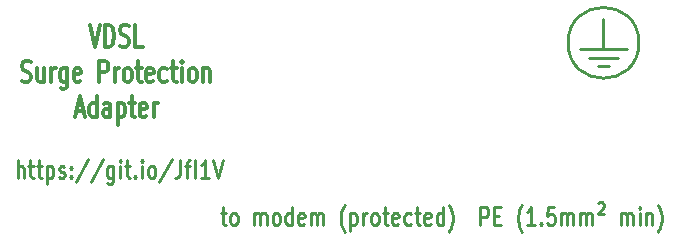
<source format=gto>
G04 #@! TF.GenerationSoftware,KiCad,Pcbnew,5.1.5-1.fc31*
G04 #@! TF.CreationDate,2020-04-27T21:55:50+02:00*
G04 #@! TF.ProjectId,vdsl-surge-protection-copy,7664736c-2d73-4757-9267-652d70726f74,rev?*
G04 #@! TF.SameCoordinates,Original*
G04 #@! TF.FileFunction,Legend,Top*
G04 #@! TF.FilePolarity,Positive*
%FSLAX46Y46*%
G04 Gerber Fmt 4.6, Leading zero omitted, Abs format (unit mm)*
G04 Created by KiCad (PCBNEW 5.1.5-1.fc31) date 2020-04-27 21:55:50*
%MOMM*%
%LPD*%
G04 APERTURE LIST*
%ADD10C,0.250000*%
%ADD11C,0.300000*%
G04 APERTURE END LIST*
D10*
X172900000Y-55678571D02*
X172900000Y-54178571D01*
X173414285Y-55678571D02*
X173414285Y-54892857D01*
X173357142Y-54750000D01*
X173242857Y-54678571D01*
X173071428Y-54678571D01*
X172957142Y-54750000D01*
X172900000Y-54821428D01*
X173814285Y-54678571D02*
X174271428Y-54678571D01*
X173985714Y-54178571D02*
X173985714Y-55464285D01*
X174042857Y-55607142D01*
X174157142Y-55678571D01*
X174271428Y-55678571D01*
X174500000Y-54678571D02*
X174957142Y-54678571D01*
X174671428Y-54178571D02*
X174671428Y-55464285D01*
X174728571Y-55607142D01*
X174842857Y-55678571D01*
X174957142Y-55678571D01*
X175357142Y-54678571D02*
X175357142Y-56178571D01*
X175357142Y-54750000D02*
X175471428Y-54678571D01*
X175700000Y-54678571D01*
X175814285Y-54750000D01*
X175871428Y-54821428D01*
X175928571Y-54964285D01*
X175928571Y-55392857D01*
X175871428Y-55535714D01*
X175814285Y-55607142D01*
X175700000Y-55678571D01*
X175471428Y-55678571D01*
X175357142Y-55607142D01*
X176385714Y-55607142D02*
X176500000Y-55678571D01*
X176728571Y-55678571D01*
X176842857Y-55607142D01*
X176900000Y-55464285D01*
X176900000Y-55392857D01*
X176842857Y-55250000D01*
X176728571Y-55178571D01*
X176557142Y-55178571D01*
X176442857Y-55107142D01*
X176385714Y-54964285D01*
X176385714Y-54892857D01*
X176442857Y-54750000D01*
X176557142Y-54678571D01*
X176728571Y-54678571D01*
X176842857Y-54750000D01*
X177414285Y-55535714D02*
X177471428Y-55607142D01*
X177414285Y-55678571D01*
X177357142Y-55607142D01*
X177414285Y-55535714D01*
X177414285Y-55678571D01*
X177414285Y-54750000D02*
X177471428Y-54821428D01*
X177414285Y-54892857D01*
X177357142Y-54821428D01*
X177414285Y-54750000D01*
X177414285Y-54892857D01*
X178842857Y-54107142D02*
X177814285Y-56035714D01*
X180100000Y-54107142D02*
X179071428Y-56035714D01*
X181014285Y-54678571D02*
X181014285Y-55892857D01*
X180957142Y-56035714D01*
X180900000Y-56107142D01*
X180785714Y-56178571D01*
X180614285Y-56178571D01*
X180500000Y-56107142D01*
X181014285Y-55607142D02*
X180900000Y-55678571D01*
X180671428Y-55678571D01*
X180557142Y-55607142D01*
X180500000Y-55535714D01*
X180442857Y-55392857D01*
X180442857Y-54964285D01*
X180500000Y-54821428D01*
X180557142Y-54750000D01*
X180671428Y-54678571D01*
X180900000Y-54678571D01*
X181014285Y-54750000D01*
X181585714Y-55678571D02*
X181585714Y-54678571D01*
X181585714Y-54178571D02*
X181528571Y-54250000D01*
X181585714Y-54321428D01*
X181642857Y-54250000D01*
X181585714Y-54178571D01*
X181585714Y-54321428D01*
X181985714Y-54678571D02*
X182442857Y-54678571D01*
X182157142Y-54178571D02*
X182157142Y-55464285D01*
X182214285Y-55607142D01*
X182328571Y-55678571D01*
X182442857Y-55678571D01*
X182842857Y-55535714D02*
X182900000Y-55607142D01*
X182842857Y-55678571D01*
X182785714Y-55607142D01*
X182842857Y-55535714D01*
X182842857Y-55678571D01*
X183414285Y-55678571D02*
X183414285Y-54678571D01*
X183414285Y-54178571D02*
X183357142Y-54250000D01*
X183414285Y-54321428D01*
X183471428Y-54250000D01*
X183414285Y-54178571D01*
X183414285Y-54321428D01*
X184157142Y-55678571D02*
X184042857Y-55607142D01*
X183985714Y-55535714D01*
X183928571Y-55392857D01*
X183928571Y-54964285D01*
X183985714Y-54821428D01*
X184042857Y-54750000D01*
X184157142Y-54678571D01*
X184328571Y-54678571D01*
X184442857Y-54750000D01*
X184500000Y-54821428D01*
X184557142Y-54964285D01*
X184557142Y-55392857D01*
X184500000Y-55535714D01*
X184442857Y-55607142D01*
X184328571Y-55678571D01*
X184157142Y-55678571D01*
X185928571Y-54107142D02*
X184900000Y-56035714D01*
X186671428Y-54178571D02*
X186671428Y-55250000D01*
X186614285Y-55464285D01*
X186499999Y-55607142D01*
X186328571Y-55678571D01*
X186214285Y-55678571D01*
X187071428Y-54678571D02*
X187528571Y-54678571D01*
X187242857Y-55678571D02*
X187242857Y-54392857D01*
X187300000Y-54250000D01*
X187414285Y-54178571D01*
X187528571Y-54178571D01*
X187928571Y-55678571D02*
X187928571Y-54178571D01*
X189128571Y-55678571D02*
X188442857Y-55678571D01*
X188785714Y-55678571D02*
X188785714Y-54178571D01*
X188671428Y-54392857D01*
X188557142Y-54535714D01*
X188442857Y-54607142D01*
X189471428Y-54178571D02*
X189871428Y-55678571D01*
X190271428Y-54178571D01*
D11*
X179021428Y-42764285D02*
X179454761Y-44564285D01*
X179888095Y-42764285D01*
X180321428Y-44564285D02*
X180321428Y-42764285D01*
X180630952Y-42764285D01*
X180816666Y-42850000D01*
X180940476Y-43021428D01*
X181002380Y-43192857D01*
X181064285Y-43535714D01*
X181064285Y-43792857D01*
X181002380Y-44135714D01*
X180940476Y-44307142D01*
X180816666Y-44478571D01*
X180630952Y-44564285D01*
X180321428Y-44564285D01*
X181559523Y-44478571D02*
X181745238Y-44564285D01*
X182054761Y-44564285D01*
X182178571Y-44478571D01*
X182240476Y-44392857D01*
X182302380Y-44221428D01*
X182302380Y-44050000D01*
X182240476Y-43878571D01*
X182178571Y-43792857D01*
X182054761Y-43707142D01*
X181807142Y-43621428D01*
X181683333Y-43535714D01*
X181621428Y-43450000D01*
X181559523Y-43278571D01*
X181559523Y-43107142D01*
X181621428Y-42935714D01*
X181683333Y-42850000D01*
X181807142Y-42764285D01*
X182116666Y-42764285D01*
X182302380Y-42850000D01*
X183478571Y-44564285D02*
X182859523Y-44564285D01*
X182859523Y-42764285D01*
X173264285Y-47478571D02*
X173450000Y-47564285D01*
X173759523Y-47564285D01*
X173883333Y-47478571D01*
X173945238Y-47392857D01*
X174007142Y-47221428D01*
X174007142Y-47050000D01*
X173945238Y-46878571D01*
X173883333Y-46792857D01*
X173759523Y-46707142D01*
X173511904Y-46621428D01*
X173388095Y-46535714D01*
X173326190Y-46450000D01*
X173264285Y-46278571D01*
X173264285Y-46107142D01*
X173326190Y-45935714D01*
X173388095Y-45850000D01*
X173511904Y-45764285D01*
X173821428Y-45764285D01*
X174007142Y-45850000D01*
X175121428Y-46364285D02*
X175121428Y-47564285D01*
X174564285Y-46364285D02*
X174564285Y-47307142D01*
X174626190Y-47478571D01*
X174750000Y-47564285D01*
X174935714Y-47564285D01*
X175059523Y-47478571D01*
X175121428Y-47392857D01*
X175740476Y-47564285D02*
X175740476Y-46364285D01*
X175740476Y-46707142D02*
X175802380Y-46535714D01*
X175864285Y-46450000D01*
X175988095Y-46364285D01*
X176111904Y-46364285D01*
X177102380Y-46364285D02*
X177102380Y-47821428D01*
X177040476Y-47992857D01*
X176978571Y-48078571D01*
X176854761Y-48164285D01*
X176669047Y-48164285D01*
X176545238Y-48078571D01*
X177102380Y-47478571D02*
X176978571Y-47564285D01*
X176730952Y-47564285D01*
X176607142Y-47478571D01*
X176545238Y-47392857D01*
X176483333Y-47221428D01*
X176483333Y-46707142D01*
X176545238Y-46535714D01*
X176607142Y-46450000D01*
X176730952Y-46364285D01*
X176978571Y-46364285D01*
X177102380Y-46450000D01*
X178216666Y-47478571D02*
X178092857Y-47564285D01*
X177845238Y-47564285D01*
X177721428Y-47478571D01*
X177659523Y-47307142D01*
X177659523Y-46621428D01*
X177721428Y-46450000D01*
X177845238Y-46364285D01*
X178092857Y-46364285D01*
X178216666Y-46450000D01*
X178278571Y-46621428D01*
X178278571Y-46792857D01*
X177659523Y-46964285D01*
X179826190Y-47564285D02*
X179826190Y-45764285D01*
X180321428Y-45764285D01*
X180445238Y-45850000D01*
X180507142Y-45935714D01*
X180569047Y-46107142D01*
X180569047Y-46364285D01*
X180507142Y-46535714D01*
X180445238Y-46621428D01*
X180321428Y-46707142D01*
X179826190Y-46707142D01*
X181126190Y-47564285D02*
X181126190Y-46364285D01*
X181126190Y-46707142D02*
X181188095Y-46535714D01*
X181250000Y-46450000D01*
X181373809Y-46364285D01*
X181497619Y-46364285D01*
X182116666Y-47564285D02*
X181992857Y-47478571D01*
X181930952Y-47392857D01*
X181869047Y-47221428D01*
X181869047Y-46707142D01*
X181930952Y-46535714D01*
X181992857Y-46450000D01*
X182116666Y-46364285D01*
X182302380Y-46364285D01*
X182426190Y-46450000D01*
X182488095Y-46535714D01*
X182550000Y-46707142D01*
X182550000Y-47221428D01*
X182488095Y-47392857D01*
X182426190Y-47478571D01*
X182302380Y-47564285D01*
X182116666Y-47564285D01*
X182921428Y-46364285D02*
X183416666Y-46364285D01*
X183107142Y-45764285D02*
X183107142Y-47307142D01*
X183169047Y-47478571D01*
X183292857Y-47564285D01*
X183416666Y-47564285D01*
X184345238Y-47478571D02*
X184221428Y-47564285D01*
X183973809Y-47564285D01*
X183850000Y-47478571D01*
X183788095Y-47307142D01*
X183788095Y-46621428D01*
X183850000Y-46450000D01*
X183973809Y-46364285D01*
X184221428Y-46364285D01*
X184345238Y-46450000D01*
X184407142Y-46621428D01*
X184407142Y-46792857D01*
X183788095Y-46964285D01*
X185521428Y-47478571D02*
X185397619Y-47564285D01*
X185150000Y-47564285D01*
X185026190Y-47478571D01*
X184964285Y-47392857D01*
X184902380Y-47221428D01*
X184902380Y-46707142D01*
X184964285Y-46535714D01*
X185026190Y-46450000D01*
X185150000Y-46364285D01*
X185397619Y-46364285D01*
X185521428Y-46450000D01*
X185892857Y-46364285D02*
X186388095Y-46364285D01*
X186078571Y-45764285D02*
X186078571Y-47307142D01*
X186140476Y-47478571D01*
X186264285Y-47564285D01*
X186388095Y-47564285D01*
X186821428Y-47564285D02*
X186821428Y-46364285D01*
X186821428Y-45764285D02*
X186759523Y-45850000D01*
X186821428Y-45935714D01*
X186883333Y-45850000D01*
X186821428Y-45764285D01*
X186821428Y-45935714D01*
X187626190Y-47564285D02*
X187502380Y-47478571D01*
X187440476Y-47392857D01*
X187378571Y-47221428D01*
X187378571Y-46707142D01*
X187440476Y-46535714D01*
X187502380Y-46450000D01*
X187626190Y-46364285D01*
X187811904Y-46364285D01*
X187935714Y-46450000D01*
X187997619Y-46535714D01*
X188059523Y-46707142D01*
X188059523Y-47221428D01*
X187997619Y-47392857D01*
X187935714Y-47478571D01*
X187811904Y-47564285D01*
X187626190Y-47564285D01*
X188616666Y-46364285D02*
X188616666Y-47564285D01*
X188616666Y-46535714D02*
X188678571Y-46450000D01*
X188802380Y-46364285D01*
X188988095Y-46364285D01*
X189111904Y-46450000D01*
X189173809Y-46621428D01*
X189173809Y-47564285D01*
X177845238Y-50050000D02*
X178464285Y-50050000D01*
X177721428Y-50564285D02*
X178154761Y-48764285D01*
X178588095Y-50564285D01*
X179578571Y-50564285D02*
X179578571Y-48764285D01*
X179578571Y-50478571D02*
X179454761Y-50564285D01*
X179207142Y-50564285D01*
X179083333Y-50478571D01*
X179021428Y-50392857D01*
X178959523Y-50221428D01*
X178959523Y-49707142D01*
X179021428Y-49535714D01*
X179083333Y-49450000D01*
X179207142Y-49364285D01*
X179454761Y-49364285D01*
X179578571Y-49450000D01*
X180754761Y-50564285D02*
X180754761Y-49621428D01*
X180692857Y-49450000D01*
X180569047Y-49364285D01*
X180321428Y-49364285D01*
X180197619Y-49450000D01*
X180754761Y-50478571D02*
X180630952Y-50564285D01*
X180321428Y-50564285D01*
X180197619Y-50478571D01*
X180135714Y-50307142D01*
X180135714Y-50135714D01*
X180197619Y-49964285D01*
X180321428Y-49878571D01*
X180630952Y-49878571D01*
X180754761Y-49792857D01*
X181373809Y-49364285D02*
X181373809Y-51164285D01*
X181373809Y-49450000D02*
X181497619Y-49364285D01*
X181745238Y-49364285D01*
X181869047Y-49450000D01*
X181930952Y-49535714D01*
X181992857Y-49707142D01*
X181992857Y-50221428D01*
X181930952Y-50392857D01*
X181869047Y-50478571D01*
X181745238Y-50564285D01*
X181497619Y-50564285D01*
X181373809Y-50478571D01*
X182364285Y-49364285D02*
X182859523Y-49364285D01*
X182550000Y-48764285D02*
X182550000Y-50307142D01*
X182611904Y-50478571D01*
X182735714Y-50564285D01*
X182859523Y-50564285D01*
X183788095Y-50478571D02*
X183664285Y-50564285D01*
X183416666Y-50564285D01*
X183292857Y-50478571D01*
X183230952Y-50307142D01*
X183230952Y-49621428D01*
X183292857Y-49450000D01*
X183416666Y-49364285D01*
X183664285Y-49364285D01*
X183788095Y-49450000D01*
X183850000Y-49621428D01*
X183850000Y-49792857D01*
X183230952Y-49964285D01*
X184407142Y-50564285D02*
X184407142Y-49364285D01*
X184407142Y-49707142D02*
X184469047Y-49535714D01*
X184530952Y-49450000D01*
X184654761Y-49364285D01*
X184778571Y-49364285D01*
D10*
X212064285Y-59678571D02*
X212064285Y-58178571D01*
X212521428Y-58178571D01*
X212635714Y-58250000D01*
X212692857Y-58321428D01*
X212750000Y-58464285D01*
X212750000Y-58678571D01*
X212692857Y-58821428D01*
X212635714Y-58892857D01*
X212521428Y-58964285D01*
X212064285Y-58964285D01*
X213264285Y-58892857D02*
X213664285Y-58892857D01*
X213835714Y-59678571D02*
X213264285Y-59678571D01*
X213264285Y-58178571D01*
X213835714Y-58178571D01*
X215607142Y-60250000D02*
X215550000Y-60178571D01*
X215435714Y-59964285D01*
X215378571Y-59821428D01*
X215321428Y-59607142D01*
X215264285Y-59250000D01*
X215264285Y-58964285D01*
X215321428Y-58607142D01*
X215378571Y-58392857D01*
X215435714Y-58250000D01*
X215550000Y-58035714D01*
X215607142Y-57964285D01*
X216692857Y-59678571D02*
X216007142Y-59678571D01*
X216350000Y-59678571D02*
X216350000Y-58178571D01*
X216235714Y-58392857D01*
X216121428Y-58535714D01*
X216007142Y-58607142D01*
X217207142Y-59535714D02*
X217264285Y-59607142D01*
X217207142Y-59678571D01*
X217150000Y-59607142D01*
X217207142Y-59535714D01*
X217207142Y-59678571D01*
X218350000Y-58178571D02*
X217778571Y-58178571D01*
X217721428Y-58892857D01*
X217778571Y-58821428D01*
X217892857Y-58750000D01*
X218178571Y-58750000D01*
X218292857Y-58821428D01*
X218350000Y-58892857D01*
X218407142Y-59035714D01*
X218407142Y-59392857D01*
X218350000Y-59535714D01*
X218292857Y-59607142D01*
X218178571Y-59678571D01*
X217892857Y-59678571D01*
X217778571Y-59607142D01*
X217721428Y-59535714D01*
X218921428Y-59678571D02*
X218921428Y-58678571D01*
X218921428Y-58821428D02*
X218978571Y-58750000D01*
X219092857Y-58678571D01*
X219264285Y-58678571D01*
X219378571Y-58750000D01*
X219435714Y-58892857D01*
X219435714Y-59678571D01*
X219435714Y-58892857D02*
X219492857Y-58750000D01*
X219607142Y-58678571D01*
X219778571Y-58678571D01*
X219892857Y-58750000D01*
X219950000Y-58892857D01*
X219950000Y-59678571D01*
X220521428Y-59678571D02*
X220521428Y-58678571D01*
X220521428Y-58821428D02*
X220578571Y-58750000D01*
X220692857Y-58678571D01*
X220864285Y-58678571D01*
X220978571Y-58750000D01*
X221035714Y-58892857D01*
X221035714Y-59678571D01*
X221035714Y-58892857D02*
X221092857Y-58750000D01*
X221207142Y-58678571D01*
X221378571Y-58678571D01*
X221492857Y-58750000D01*
X221550000Y-58892857D01*
X221550000Y-59678571D01*
X222064285Y-57821428D02*
X222178571Y-57750000D01*
X222350000Y-57750000D01*
X222464285Y-57821428D01*
X222521428Y-57964285D01*
X222521428Y-58107142D01*
X222464285Y-58250000D01*
X222064285Y-58750000D01*
X222521428Y-58750000D01*
X223950000Y-59678571D02*
X223950000Y-58678571D01*
X223950000Y-58821428D02*
X224007142Y-58750000D01*
X224121428Y-58678571D01*
X224292857Y-58678571D01*
X224407142Y-58750000D01*
X224464285Y-58892857D01*
X224464285Y-59678571D01*
X224464285Y-58892857D02*
X224521428Y-58750000D01*
X224635714Y-58678571D01*
X224807142Y-58678571D01*
X224921428Y-58750000D01*
X224978571Y-58892857D01*
X224978571Y-59678571D01*
X225550000Y-59678571D02*
X225550000Y-58678571D01*
X225550000Y-58178571D02*
X225492857Y-58250000D01*
X225550000Y-58321428D01*
X225607142Y-58250000D01*
X225550000Y-58178571D01*
X225550000Y-58321428D01*
X226121428Y-58678571D02*
X226121428Y-59678571D01*
X226121428Y-58821428D02*
X226178571Y-58750000D01*
X226292857Y-58678571D01*
X226464285Y-58678571D01*
X226578571Y-58750000D01*
X226635714Y-58892857D01*
X226635714Y-59678571D01*
X227092857Y-60250000D02*
X227150000Y-60178571D01*
X227264285Y-59964285D01*
X227321428Y-59821428D01*
X227378571Y-59607142D01*
X227435714Y-59250000D01*
X227435714Y-58964285D01*
X227378571Y-58607142D01*
X227321428Y-58392857D01*
X227264285Y-58250000D01*
X227150000Y-58035714D01*
X227092857Y-57964285D01*
X190085714Y-58678571D02*
X190542857Y-58678571D01*
X190257142Y-58178571D02*
X190257142Y-59464285D01*
X190314285Y-59607142D01*
X190428571Y-59678571D01*
X190542857Y-59678571D01*
X191114285Y-59678571D02*
X191000000Y-59607142D01*
X190942857Y-59535714D01*
X190885714Y-59392857D01*
X190885714Y-58964285D01*
X190942857Y-58821428D01*
X191000000Y-58750000D01*
X191114285Y-58678571D01*
X191285714Y-58678571D01*
X191400000Y-58750000D01*
X191457142Y-58821428D01*
X191514285Y-58964285D01*
X191514285Y-59392857D01*
X191457142Y-59535714D01*
X191400000Y-59607142D01*
X191285714Y-59678571D01*
X191114285Y-59678571D01*
X192942857Y-59678571D02*
X192942857Y-58678571D01*
X192942857Y-58821428D02*
X193000000Y-58750000D01*
X193114285Y-58678571D01*
X193285714Y-58678571D01*
X193400000Y-58750000D01*
X193457142Y-58892857D01*
X193457142Y-59678571D01*
X193457142Y-58892857D02*
X193514285Y-58750000D01*
X193628571Y-58678571D01*
X193800000Y-58678571D01*
X193914285Y-58750000D01*
X193971428Y-58892857D01*
X193971428Y-59678571D01*
X194714285Y-59678571D02*
X194600000Y-59607142D01*
X194542857Y-59535714D01*
X194485714Y-59392857D01*
X194485714Y-58964285D01*
X194542857Y-58821428D01*
X194600000Y-58750000D01*
X194714285Y-58678571D01*
X194885714Y-58678571D01*
X195000000Y-58750000D01*
X195057142Y-58821428D01*
X195114285Y-58964285D01*
X195114285Y-59392857D01*
X195057142Y-59535714D01*
X195000000Y-59607142D01*
X194885714Y-59678571D01*
X194714285Y-59678571D01*
X196142857Y-59678571D02*
X196142857Y-58178571D01*
X196142857Y-59607142D02*
X196028571Y-59678571D01*
X195800000Y-59678571D01*
X195685714Y-59607142D01*
X195628571Y-59535714D01*
X195571428Y-59392857D01*
X195571428Y-58964285D01*
X195628571Y-58821428D01*
X195685714Y-58750000D01*
X195800000Y-58678571D01*
X196028571Y-58678571D01*
X196142857Y-58750000D01*
X197171428Y-59607142D02*
X197057142Y-59678571D01*
X196828571Y-59678571D01*
X196714285Y-59607142D01*
X196657142Y-59464285D01*
X196657142Y-58892857D01*
X196714285Y-58750000D01*
X196828571Y-58678571D01*
X197057142Y-58678571D01*
X197171428Y-58750000D01*
X197228571Y-58892857D01*
X197228571Y-59035714D01*
X196657142Y-59178571D01*
X197742857Y-59678571D02*
X197742857Y-58678571D01*
X197742857Y-58821428D02*
X197800000Y-58750000D01*
X197914285Y-58678571D01*
X198085714Y-58678571D01*
X198200000Y-58750000D01*
X198257142Y-58892857D01*
X198257142Y-59678571D01*
X198257142Y-58892857D02*
X198314285Y-58750000D01*
X198428571Y-58678571D01*
X198600000Y-58678571D01*
X198714285Y-58750000D01*
X198771428Y-58892857D01*
X198771428Y-59678571D01*
X200600000Y-60250000D02*
X200542857Y-60178571D01*
X200428571Y-59964285D01*
X200371428Y-59821428D01*
X200314285Y-59607142D01*
X200257142Y-59250000D01*
X200257142Y-58964285D01*
X200314285Y-58607142D01*
X200371428Y-58392857D01*
X200428571Y-58250000D01*
X200542857Y-58035714D01*
X200600000Y-57964285D01*
X201057142Y-58678571D02*
X201057142Y-60178571D01*
X201057142Y-58750000D02*
X201171428Y-58678571D01*
X201400000Y-58678571D01*
X201514285Y-58750000D01*
X201571428Y-58821428D01*
X201628571Y-58964285D01*
X201628571Y-59392857D01*
X201571428Y-59535714D01*
X201514285Y-59607142D01*
X201400000Y-59678571D01*
X201171428Y-59678571D01*
X201057142Y-59607142D01*
X202142857Y-59678571D02*
X202142857Y-58678571D01*
X202142857Y-58964285D02*
X202200000Y-58821428D01*
X202257142Y-58750000D01*
X202371428Y-58678571D01*
X202485714Y-58678571D01*
X203057142Y-59678571D02*
X202942857Y-59607142D01*
X202885714Y-59535714D01*
X202828571Y-59392857D01*
X202828571Y-58964285D01*
X202885714Y-58821428D01*
X202942857Y-58750000D01*
X203057142Y-58678571D01*
X203228571Y-58678571D01*
X203342857Y-58750000D01*
X203400000Y-58821428D01*
X203457142Y-58964285D01*
X203457142Y-59392857D01*
X203400000Y-59535714D01*
X203342857Y-59607142D01*
X203228571Y-59678571D01*
X203057142Y-59678571D01*
X203800000Y-58678571D02*
X204257142Y-58678571D01*
X203971428Y-58178571D02*
X203971428Y-59464285D01*
X204028571Y-59607142D01*
X204142857Y-59678571D01*
X204257142Y-59678571D01*
X205114285Y-59607142D02*
X205000000Y-59678571D01*
X204771428Y-59678571D01*
X204657142Y-59607142D01*
X204600000Y-59464285D01*
X204600000Y-58892857D01*
X204657142Y-58750000D01*
X204771428Y-58678571D01*
X205000000Y-58678571D01*
X205114285Y-58750000D01*
X205171428Y-58892857D01*
X205171428Y-59035714D01*
X204600000Y-59178571D01*
X206200000Y-59607142D02*
X206085714Y-59678571D01*
X205857142Y-59678571D01*
X205742857Y-59607142D01*
X205685714Y-59535714D01*
X205628571Y-59392857D01*
X205628571Y-58964285D01*
X205685714Y-58821428D01*
X205742857Y-58750000D01*
X205857142Y-58678571D01*
X206085714Y-58678571D01*
X206200000Y-58750000D01*
X206542857Y-58678571D02*
X207000000Y-58678571D01*
X206714285Y-58178571D02*
X206714285Y-59464285D01*
X206771428Y-59607142D01*
X206885714Y-59678571D01*
X207000000Y-59678571D01*
X207857142Y-59607142D02*
X207742857Y-59678571D01*
X207514285Y-59678571D01*
X207400000Y-59607142D01*
X207342857Y-59464285D01*
X207342857Y-58892857D01*
X207400000Y-58750000D01*
X207514285Y-58678571D01*
X207742857Y-58678571D01*
X207857142Y-58750000D01*
X207914285Y-58892857D01*
X207914285Y-59035714D01*
X207342857Y-59178571D01*
X208942857Y-59678571D02*
X208942857Y-58178571D01*
X208942857Y-59607142D02*
X208828571Y-59678571D01*
X208600000Y-59678571D01*
X208485714Y-59607142D01*
X208428571Y-59535714D01*
X208371428Y-59392857D01*
X208371428Y-58964285D01*
X208428571Y-58821428D01*
X208485714Y-58750000D01*
X208600000Y-58678571D01*
X208828571Y-58678571D01*
X208942857Y-58750000D01*
X209400000Y-60250000D02*
X209457142Y-60178571D01*
X209571428Y-59964285D01*
X209628571Y-59821428D01*
X209685714Y-59607142D01*
X209742857Y-59250000D01*
X209742857Y-58964285D01*
X209685714Y-58607142D01*
X209628571Y-58392857D01*
X209571428Y-58250000D01*
X209457142Y-58035714D01*
X209400000Y-57964285D01*
X221250000Y-45500000D02*
X223750000Y-45500000D01*
X222000000Y-46250000D02*
X223000000Y-46250000D01*
X222500000Y-44750000D02*
X222500000Y-42250000D01*
X220500000Y-44750000D02*
X224500000Y-44750000D01*
X225500000Y-44250000D02*
G75*
G03X225500000Y-44250000I-3000000J0D01*
G01*
%LPC*%
M02*

</source>
